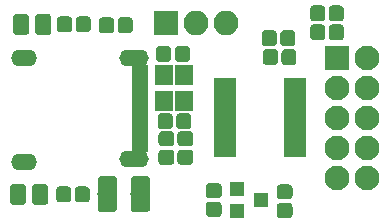
<source format=gbr>
G04 #@! TF.GenerationSoftware,KiCad,Pcbnew,(5.0.0)*
G04 #@! TF.CreationDate,2020-02-27T10:51:14+00:00*
G04 #@! TF.ProjectId,simpleJtag,73696D706C654A7461672E6B69636164,rev?*
G04 #@! TF.SameCoordinates,Original*
G04 #@! TF.FileFunction,Soldermask,Top*
G04 #@! TF.FilePolarity,Negative*
%FSLAX46Y46*%
G04 Gerber Fmt 4.6, Leading zero omitted, Abs format (unit mm)*
G04 Created by KiCad (PCBNEW (5.0.0)) date 02/27/20 10:51:14*
%MOMM*%
%LPD*%
G01*
G04 APERTURE LIST*
%ADD10C,2.100000*%
%ADD11R,2.100000X2.100000*%
%ADD12R,1.450000X0.700000*%
%ADD13O,2.200000X1.400000*%
%ADD14O,2.500000X1.400000*%
%ADD15R,1.600000X1.800000*%
%ADD16C,0.100000*%
%ADD17C,1.650000*%
%ADD18R,1.850000X0.850000*%
%ADD19C,1.275000*%
%ADD20C,1.375000*%
%ADD21O,2.100000X2.100000*%
%ADD22R,1.300000X1.200000*%
G04 APERTURE END LIST*
D10*
G04 #@! TO.C,J1*
X164000000Y-68145000D03*
X161460000Y-68145000D03*
X164000000Y-65605000D03*
X161460000Y-65605000D03*
X164000000Y-63065000D03*
X161460000Y-63065000D03*
X164000000Y-60525000D03*
X161460000Y-60525000D03*
X164000000Y-57985000D03*
D11*
X161460000Y-57985000D03*
G04 #@! TD*
D12*
G04 #@! TO.C,P1*
X144750000Y-63995000D03*
X144750000Y-65620000D03*
X144750000Y-65320000D03*
X144750000Y-64820000D03*
X144750000Y-64520000D03*
X144750000Y-63520000D03*
X144750000Y-63020000D03*
X144750000Y-58920000D03*
X144750000Y-59220000D03*
X144750000Y-59720000D03*
X144750000Y-60520000D03*
X144750000Y-60020000D03*
X144750000Y-61020000D03*
X144750000Y-61520000D03*
X144750000Y-62020000D03*
D13*
X134900000Y-57950000D03*
X134900000Y-66760000D03*
D14*
X144250000Y-66500000D03*
D12*
X144750000Y-62520000D03*
D14*
X144250000Y-57950000D03*
G04 #@! TD*
D15*
G04 #@! TO.C,Y1*
X146769000Y-59425000D03*
X146769000Y-61625000D03*
X148469000Y-61625000D03*
X148469000Y-59425000D03*
G04 #@! TD*
D16*
G04 #@! TO.C,F1*
G36*
X145327346Y-67976589D02*
X145359380Y-67981341D01*
X145390794Y-67989210D01*
X145421286Y-68000120D01*
X145450561Y-68013966D01*
X145478338Y-68030615D01*
X145504350Y-68049907D01*
X145528345Y-68071655D01*
X145550093Y-68095650D01*
X145569385Y-68121662D01*
X145586034Y-68149439D01*
X145599880Y-68178714D01*
X145610790Y-68209206D01*
X145618659Y-68240620D01*
X145623411Y-68272654D01*
X145625000Y-68305000D01*
X145625000Y-70695000D01*
X145623411Y-70727346D01*
X145618659Y-70759380D01*
X145610790Y-70790794D01*
X145599880Y-70821286D01*
X145586034Y-70850561D01*
X145569385Y-70878338D01*
X145550093Y-70904350D01*
X145528345Y-70928345D01*
X145504350Y-70950093D01*
X145478338Y-70969385D01*
X145450561Y-70986034D01*
X145421286Y-70999880D01*
X145390794Y-71010790D01*
X145359380Y-71018659D01*
X145327346Y-71023411D01*
X145295000Y-71025000D01*
X144305000Y-71025000D01*
X144272654Y-71023411D01*
X144240620Y-71018659D01*
X144209206Y-71010790D01*
X144178714Y-70999880D01*
X144149439Y-70986034D01*
X144121662Y-70969385D01*
X144095650Y-70950093D01*
X144071655Y-70928345D01*
X144049907Y-70904350D01*
X144030615Y-70878338D01*
X144013966Y-70850561D01*
X144000120Y-70821286D01*
X143989210Y-70790794D01*
X143981341Y-70759380D01*
X143976589Y-70727346D01*
X143975000Y-70695000D01*
X143975000Y-68305000D01*
X143976589Y-68272654D01*
X143981341Y-68240620D01*
X143989210Y-68209206D01*
X144000120Y-68178714D01*
X144013966Y-68149439D01*
X144030615Y-68121662D01*
X144049907Y-68095650D01*
X144071655Y-68071655D01*
X144095650Y-68049907D01*
X144121662Y-68030615D01*
X144149439Y-68013966D01*
X144178714Y-68000120D01*
X144209206Y-67989210D01*
X144240620Y-67981341D01*
X144272654Y-67976589D01*
X144305000Y-67975000D01*
X145295000Y-67975000D01*
X145327346Y-67976589D01*
X145327346Y-67976589D01*
G37*
D17*
X144800000Y-69500000D03*
D16*
G36*
X142527346Y-67976589D02*
X142559380Y-67981341D01*
X142590794Y-67989210D01*
X142621286Y-68000120D01*
X142650561Y-68013966D01*
X142678338Y-68030615D01*
X142704350Y-68049907D01*
X142728345Y-68071655D01*
X142750093Y-68095650D01*
X142769385Y-68121662D01*
X142786034Y-68149439D01*
X142799880Y-68178714D01*
X142810790Y-68209206D01*
X142818659Y-68240620D01*
X142823411Y-68272654D01*
X142825000Y-68305000D01*
X142825000Y-70695000D01*
X142823411Y-70727346D01*
X142818659Y-70759380D01*
X142810790Y-70790794D01*
X142799880Y-70821286D01*
X142786034Y-70850561D01*
X142769385Y-70878338D01*
X142750093Y-70904350D01*
X142728345Y-70928345D01*
X142704350Y-70950093D01*
X142678338Y-70969385D01*
X142650561Y-70986034D01*
X142621286Y-70999880D01*
X142590794Y-71010790D01*
X142559380Y-71018659D01*
X142527346Y-71023411D01*
X142495000Y-71025000D01*
X141505000Y-71025000D01*
X141472654Y-71023411D01*
X141440620Y-71018659D01*
X141409206Y-71010790D01*
X141378714Y-70999880D01*
X141349439Y-70986034D01*
X141321662Y-70969385D01*
X141295650Y-70950093D01*
X141271655Y-70928345D01*
X141249907Y-70904350D01*
X141230615Y-70878338D01*
X141213966Y-70850561D01*
X141200120Y-70821286D01*
X141189210Y-70790794D01*
X141181341Y-70759380D01*
X141176589Y-70727346D01*
X141175000Y-70695000D01*
X141175000Y-68305000D01*
X141176589Y-68272654D01*
X141181341Y-68240620D01*
X141189210Y-68209206D01*
X141200120Y-68178714D01*
X141213966Y-68149439D01*
X141230615Y-68121662D01*
X141249907Y-68095650D01*
X141271655Y-68071655D01*
X141295650Y-68049907D01*
X141321662Y-68030615D01*
X141349439Y-68013966D01*
X141378714Y-68000120D01*
X141409206Y-67989210D01*
X141440620Y-67981341D01*
X141472654Y-67976589D01*
X141505000Y-67975000D01*
X142495000Y-67975000D01*
X142527346Y-67976589D01*
X142527346Y-67976589D01*
G37*
D17*
X142000000Y-69500000D03*
G04 #@! TD*
D18*
G04 #@! TO.C,U2*
X151969000Y-65925000D03*
X151969000Y-65275000D03*
X151969000Y-64625000D03*
X151969000Y-63975000D03*
X151969000Y-63325000D03*
X151969000Y-62675000D03*
X151969000Y-62025000D03*
X151969000Y-61375000D03*
X151969000Y-60725000D03*
X151969000Y-60075000D03*
X157869000Y-60075000D03*
X157869000Y-60725000D03*
X157869000Y-61375000D03*
X157869000Y-62025000D03*
X157869000Y-62675000D03*
X157869000Y-63325000D03*
X157869000Y-63975000D03*
X157869000Y-64625000D03*
X157869000Y-65275000D03*
X157869000Y-65925000D03*
G04 #@! TD*
D16*
G04 #@! TO.C,C1*
G36*
X157387493Y-70251535D02*
X157418435Y-70256125D01*
X157448778Y-70263725D01*
X157478230Y-70274263D01*
X157506508Y-70287638D01*
X157533338Y-70303719D01*
X157558463Y-70322353D01*
X157581640Y-70343360D01*
X157602647Y-70366537D01*
X157621281Y-70391662D01*
X157637362Y-70418492D01*
X157650737Y-70446770D01*
X157661275Y-70476222D01*
X157668875Y-70506565D01*
X157673465Y-70537507D01*
X157675000Y-70568750D01*
X157675000Y-71206250D01*
X157673465Y-71237493D01*
X157668875Y-71268435D01*
X157661275Y-71298778D01*
X157650737Y-71328230D01*
X157637362Y-71356508D01*
X157621281Y-71383338D01*
X157602647Y-71408463D01*
X157581640Y-71431640D01*
X157558463Y-71452647D01*
X157533338Y-71471281D01*
X157506508Y-71487362D01*
X157478230Y-71500737D01*
X157448778Y-71511275D01*
X157418435Y-71518875D01*
X157387493Y-71523465D01*
X157356250Y-71525000D01*
X156643750Y-71525000D01*
X156612507Y-71523465D01*
X156581565Y-71518875D01*
X156551222Y-71511275D01*
X156521770Y-71500737D01*
X156493492Y-71487362D01*
X156466662Y-71471281D01*
X156441537Y-71452647D01*
X156418360Y-71431640D01*
X156397353Y-71408463D01*
X156378719Y-71383338D01*
X156362638Y-71356508D01*
X156349263Y-71328230D01*
X156338725Y-71298778D01*
X156331125Y-71268435D01*
X156326535Y-71237493D01*
X156325000Y-71206250D01*
X156325000Y-70568750D01*
X156326535Y-70537507D01*
X156331125Y-70506565D01*
X156338725Y-70476222D01*
X156349263Y-70446770D01*
X156362638Y-70418492D01*
X156378719Y-70391662D01*
X156397353Y-70366537D01*
X156418360Y-70343360D01*
X156441537Y-70322353D01*
X156466662Y-70303719D01*
X156493492Y-70287638D01*
X156521770Y-70274263D01*
X156551222Y-70263725D01*
X156581565Y-70256125D01*
X156612507Y-70251535D01*
X156643750Y-70250000D01*
X157356250Y-70250000D01*
X157387493Y-70251535D01*
X157387493Y-70251535D01*
G37*
D19*
X157000000Y-70887500D03*
D16*
G36*
X157387493Y-68676535D02*
X157418435Y-68681125D01*
X157448778Y-68688725D01*
X157478230Y-68699263D01*
X157506508Y-68712638D01*
X157533338Y-68728719D01*
X157558463Y-68747353D01*
X157581640Y-68768360D01*
X157602647Y-68791537D01*
X157621281Y-68816662D01*
X157637362Y-68843492D01*
X157650737Y-68871770D01*
X157661275Y-68901222D01*
X157668875Y-68931565D01*
X157673465Y-68962507D01*
X157675000Y-68993750D01*
X157675000Y-69631250D01*
X157673465Y-69662493D01*
X157668875Y-69693435D01*
X157661275Y-69723778D01*
X157650737Y-69753230D01*
X157637362Y-69781508D01*
X157621281Y-69808338D01*
X157602647Y-69833463D01*
X157581640Y-69856640D01*
X157558463Y-69877647D01*
X157533338Y-69896281D01*
X157506508Y-69912362D01*
X157478230Y-69925737D01*
X157448778Y-69936275D01*
X157418435Y-69943875D01*
X157387493Y-69948465D01*
X157356250Y-69950000D01*
X156643750Y-69950000D01*
X156612507Y-69948465D01*
X156581565Y-69943875D01*
X156551222Y-69936275D01*
X156521770Y-69925737D01*
X156493492Y-69912362D01*
X156466662Y-69896281D01*
X156441537Y-69877647D01*
X156418360Y-69856640D01*
X156397353Y-69833463D01*
X156378719Y-69808338D01*
X156362638Y-69781508D01*
X156349263Y-69753230D01*
X156338725Y-69723778D01*
X156331125Y-69693435D01*
X156326535Y-69662493D01*
X156325000Y-69631250D01*
X156325000Y-68993750D01*
X156326535Y-68962507D01*
X156331125Y-68931565D01*
X156338725Y-68901222D01*
X156349263Y-68871770D01*
X156362638Y-68843492D01*
X156378719Y-68816662D01*
X156397353Y-68791537D01*
X156418360Y-68768360D01*
X156441537Y-68747353D01*
X156466662Y-68728719D01*
X156493492Y-68712638D01*
X156521770Y-68699263D01*
X156551222Y-68688725D01*
X156581565Y-68681125D01*
X156612507Y-68676535D01*
X156643750Y-68675000D01*
X157356250Y-68675000D01*
X157387493Y-68676535D01*
X157387493Y-68676535D01*
G37*
D19*
X157000000Y-69312500D03*
G04 #@! TD*
D16*
G04 #@! TO.C,C2*
G36*
X151387493Y-68576535D02*
X151418435Y-68581125D01*
X151448778Y-68588725D01*
X151478230Y-68599263D01*
X151506508Y-68612638D01*
X151533338Y-68628719D01*
X151558463Y-68647353D01*
X151581640Y-68668360D01*
X151602647Y-68691537D01*
X151621281Y-68716662D01*
X151637362Y-68743492D01*
X151650737Y-68771770D01*
X151661275Y-68801222D01*
X151668875Y-68831565D01*
X151673465Y-68862507D01*
X151675000Y-68893750D01*
X151675000Y-69531250D01*
X151673465Y-69562493D01*
X151668875Y-69593435D01*
X151661275Y-69623778D01*
X151650737Y-69653230D01*
X151637362Y-69681508D01*
X151621281Y-69708338D01*
X151602647Y-69733463D01*
X151581640Y-69756640D01*
X151558463Y-69777647D01*
X151533338Y-69796281D01*
X151506508Y-69812362D01*
X151478230Y-69825737D01*
X151448778Y-69836275D01*
X151418435Y-69843875D01*
X151387493Y-69848465D01*
X151356250Y-69850000D01*
X150643750Y-69850000D01*
X150612507Y-69848465D01*
X150581565Y-69843875D01*
X150551222Y-69836275D01*
X150521770Y-69825737D01*
X150493492Y-69812362D01*
X150466662Y-69796281D01*
X150441537Y-69777647D01*
X150418360Y-69756640D01*
X150397353Y-69733463D01*
X150378719Y-69708338D01*
X150362638Y-69681508D01*
X150349263Y-69653230D01*
X150338725Y-69623778D01*
X150331125Y-69593435D01*
X150326535Y-69562493D01*
X150325000Y-69531250D01*
X150325000Y-68893750D01*
X150326535Y-68862507D01*
X150331125Y-68831565D01*
X150338725Y-68801222D01*
X150349263Y-68771770D01*
X150362638Y-68743492D01*
X150378719Y-68716662D01*
X150397353Y-68691537D01*
X150418360Y-68668360D01*
X150441537Y-68647353D01*
X150466662Y-68628719D01*
X150493492Y-68612638D01*
X150521770Y-68599263D01*
X150551222Y-68588725D01*
X150581565Y-68581125D01*
X150612507Y-68576535D01*
X150643750Y-68575000D01*
X151356250Y-68575000D01*
X151387493Y-68576535D01*
X151387493Y-68576535D01*
G37*
D19*
X151000000Y-69212500D03*
D16*
G36*
X151387493Y-70151535D02*
X151418435Y-70156125D01*
X151448778Y-70163725D01*
X151478230Y-70174263D01*
X151506508Y-70187638D01*
X151533338Y-70203719D01*
X151558463Y-70222353D01*
X151581640Y-70243360D01*
X151602647Y-70266537D01*
X151621281Y-70291662D01*
X151637362Y-70318492D01*
X151650737Y-70346770D01*
X151661275Y-70376222D01*
X151668875Y-70406565D01*
X151673465Y-70437507D01*
X151675000Y-70468750D01*
X151675000Y-71106250D01*
X151673465Y-71137493D01*
X151668875Y-71168435D01*
X151661275Y-71198778D01*
X151650737Y-71228230D01*
X151637362Y-71256508D01*
X151621281Y-71283338D01*
X151602647Y-71308463D01*
X151581640Y-71331640D01*
X151558463Y-71352647D01*
X151533338Y-71371281D01*
X151506508Y-71387362D01*
X151478230Y-71400737D01*
X151448778Y-71411275D01*
X151418435Y-71418875D01*
X151387493Y-71423465D01*
X151356250Y-71425000D01*
X150643750Y-71425000D01*
X150612507Y-71423465D01*
X150581565Y-71418875D01*
X150551222Y-71411275D01*
X150521770Y-71400737D01*
X150493492Y-71387362D01*
X150466662Y-71371281D01*
X150441537Y-71352647D01*
X150418360Y-71331640D01*
X150397353Y-71308463D01*
X150378719Y-71283338D01*
X150362638Y-71256508D01*
X150349263Y-71228230D01*
X150338725Y-71198778D01*
X150331125Y-71168435D01*
X150326535Y-71137493D01*
X150325000Y-71106250D01*
X150325000Y-70468750D01*
X150326535Y-70437507D01*
X150331125Y-70406565D01*
X150338725Y-70376222D01*
X150349263Y-70346770D01*
X150362638Y-70318492D01*
X150378719Y-70291662D01*
X150397353Y-70266537D01*
X150418360Y-70243360D01*
X150441537Y-70222353D01*
X150466662Y-70203719D01*
X150493492Y-70187638D01*
X150521770Y-70174263D01*
X150551222Y-70163725D01*
X150581565Y-70156125D01*
X150612507Y-70151535D01*
X150643750Y-70150000D01*
X151356250Y-70150000D01*
X151387493Y-70151535D01*
X151387493Y-70151535D01*
G37*
D19*
X151000000Y-70787500D03*
G04 #@! TD*
D16*
G04 #@! TO.C,C3*
G36*
X147387493Y-65751535D02*
X147418435Y-65756125D01*
X147448778Y-65763725D01*
X147478230Y-65774263D01*
X147506508Y-65787638D01*
X147533338Y-65803719D01*
X147558463Y-65822353D01*
X147581640Y-65843360D01*
X147602647Y-65866537D01*
X147621281Y-65891662D01*
X147637362Y-65918492D01*
X147650737Y-65946770D01*
X147661275Y-65976222D01*
X147668875Y-66006565D01*
X147673465Y-66037507D01*
X147675000Y-66068750D01*
X147675000Y-66706250D01*
X147673465Y-66737493D01*
X147668875Y-66768435D01*
X147661275Y-66798778D01*
X147650737Y-66828230D01*
X147637362Y-66856508D01*
X147621281Y-66883338D01*
X147602647Y-66908463D01*
X147581640Y-66931640D01*
X147558463Y-66952647D01*
X147533338Y-66971281D01*
X147506508Y-66987362D01*
X147478230Y-67000737D01*
X147448778Y-67011275D01*
X147418435Y-67018875D01*
X147387493Y-67023465D01*
X147356250Y-67025000D01*
X146643750Y-67025000D01*
X146612507Y-67023465D01*
X146581565Y-67018875D01*
X146551222Y-67011275D01*
X146521770Y-67000737D01*
X146493492Y-66987362D01*
X146466662Y-66971281D01*
X146441537Y-66952647D01*
X146418360Y-66931640D01*
X146397353Y-66908463D01*
X146378719Y-66883338D01*
X146362638Y-66856508D01*
X146349263Y-66828230D01*
X146338725Y-66798778D01*
X146331125Y-66768435D01*
X146326535Y-66737493D01*
X146325000Y-66706250D01*
X146325000Y-66068750D01*
X146326535Y-66037507D01*
X146331125Y-66006565D01*
X146338725Y-65976222D01*
X146349263Y-65946770D01*
X146362638Y-65918492D01*
X146378719Y-65891662D01*
X146397353Y-65866537D01*
X146418360Y-65843360D01*
X146441537Y-65822353D01*
X146466662Y-65803719D01*
X146493492Y-65787638D01*
X146521770Y-65774263D01*
X146551222Y-65763725D01*
X146581565Y-65756125D01*
X146612507Y-65751535D01*
X146643750Y-65750000D01*
X147356250Y-65750000D01*
X147387493Y-65751535D01*
X147387493Y-65751535D01*
G37*
D19*
X147000000Y-66387500D03*
D16*
G36*
X147387493Y-64176535D02*
X147418435Y-64181125D01*
X147448778Y-64188725D01*
X147478230Y-64199263D01*
X147506508Y-64212638D01*
X147533338Y-64228719D01*
X147558463Y-64247353D01*
X147581640Y-64268360D01*
X147602647Y-64291537D01*
X147621281Y-64316662D01*
X147637362Y-64343492D01*
X147650737Y-64371770D01*
X147661275Y-64401222D01*
X147668875Y-64431565D01*
X147673465Y-64462507D01*
X147675000Y-64493750D01*
X147675000Y-65131250D01*
X147673465Y-65162493D01*
X147668875Y-65193435D01*
X147661275Y-65223778D01*
X147650737Y-65253230D01*
X147637362Y-65281508D01*
X147621281Y-65308338D01*
X147602647Y-65333463D01*
X147581640Y-65356640D01*
X147558463Y-65377647D01*
X147533338Y-65396281D01*
X147506508Y-65412362D01*
X147478230Y-65425737D01*
X147448778Y-65436275D01*
X147418435Y-65443875D01*
X147387493Y-65448465D01*
X147356250Y-65450000D01*
X146643750Y-65450000D01*
X146612507Y-65448465D01*
X146581565Y-65443875D01*
X146551222Y-65436275D01*
X146521770Y-65425737D01*
X146493492Y-65412362D01*
X146466662Y-65396281D01*
X146441537Y-65377647D01*
X146418360Y-65356640D01*
X146397353Y-65333463D01*
X146378719Y-65308338D01*
X146362638Y-65281508D01*
X146349263Y-65253230D01*
X146338725Y-65223778D01*
X146331125Y-65193435D01*
X146326535Y-65162493D01*
X146325000Y-65131250D01*
X146325000Y-64493750D01*
X146326535Y-64462507D01*
X146331125Y-64431565D01*
X146338725Y-64401222D01*
X146349263Y-64371770D01*
X146362638Y-64343492D01*
X146378719Y-64316662D01*
X146397353Y-64291537D01*
X146418360Y-64268360D01*
X146441537Y-64247353D01*
X146466662Y-64228719D01*
X146493492Y-64212638D01*
X146521770Y-64199263D01*
X146551222Y-64188725D01*
X146581565Y-64181125D01*
X146612507Y-64176535D01*
X146643750Y-64175000D01*
X147356250Y-64175000D01*
X147387493Y-64176535D01*
X147387493Y-64176535D01*
G37*
D19*
X147000000Y-64812500D03*
G04 #@! TD*
D16*
G04 #@! TO.C,C4*
G36*
X148987493Y-64164035D02*
X149018435Y-64168625D01*
X149048778Y-64176225D01*
X149078230Y-64186763D01*
X149106508Y-64200138D01*
X149133338Y-64216219D01*
X149158463Y-64234853D01*
X149181640Y-64255860D01*
X149202647Y-64279037D01*
X149221281Y-64304162D01*
X149237362Y-64330992D01*
X149250737Y-64359270D01*
X149261275Y-64388722D01*
X149268875Y-64419065D01*
X149273465Y-64450007D01*
X149275000Y-64481250D01*
X149275000Y-65118750D01*
X149273465Y-65149993D01*
X149268875Y-65180935D01*
X149261275Y-65211278D01*
X149250737Y-65240730D01*
X149237362Y-65269008D01*
X149221281Y-65295838D01*
X149202647Y-65320963D01*
X149181640Y-65344140D01*
X149158463Y-65365147D01*
X149133338Y-65383781D01*
X149106508Y-65399862D01*
X149078230Y-65413237D01*
X149048778Y-65423775D01*
X149018435Y-65431375D01*
X148987493Y-65435965D01*
X148956250Y-65437500D01*
X148243750Y-65437500D01*
X148212507Y-65435965D01*
X148181565Y-65431375D01*
X148151222Y-65423775D01*
X148121770Y-65413237D01*
X148093492Y-65399862D01*
X148066662Y-65383781D01*
X148041537Y-65365147D01*
X148018360Y-65344140D01*
X147997353Y-65320963D01*
X147978719Y-65295838D01*
X147962638Y-65269008D01*
X147949263Y-65240730D01*
X147938725Y-65211278D01*
X147931125Y-65180935D01*
X147926535Y-65149993D01*
X147925000Y-65118750D01*
X147925000Y-64481250D01*
X147926535Y-64450007D01*
X147931125Y-64419065D01*
X147938725Y-64388722D01*
X147949263Y-64359270D01*
X147962638Y-64330992D01*
X147978719Y-64304162D01*
X147997353Y-64279037D01*
X148018360Y-64255860D01*
X148041537Y-64234853D01*
X148066662Y-64216219D01*
X148093492Y-64200138D01*
X148121770Y-64186763D01*
X148151222Y-64176225D01*
X148181565Y-64168625D01*
X148212507Y-64164035D01*
X148243750Y-64162500D01*
X148956250Y-64162500D01*
X148987493Y-64164035D01*
X148987493Y-64164035D01*
G37*
D19*
X148600000Y-64800000D03*
D16*
G36*
X148987493Y-65739035D02*
X149018435Y-65743625D01*
X149048778Y-65751225D01*
X149078230Y-65761763D01*
X149106508Y-65775138D01*
X149133338Y-65791219D01*
X149158463Y-65809853D01*
X149181640Y-65830860D01*
X149202647Y-65854037D01*
X149221281Y-65879162D01*
X149237362Y-65905992D01*
X149250737Y-65934270D01*
X149261275Y-65963722D01*
X149268875Y-65994065D01*
X149273465Y-66025007D01*
X149275000Y-66056250D01*
X149275000Y-66693750D01*
X149273465Y-66724993D01*
X149268875Y-66755935D01*
X149261275Y-66786278D01*
X149250737Y-66815730D01*
X149237362Y-66844008D01*
X149221281Y-66870838D01*
X149202647Y-66895963D01*
X149181640Y-66919140D01*
X149158463Y-66940147D01*
X149133338Y-66958781D01*
X149106508Y-66974862D01*
X149078230Y-66988237D01*
X149048778Y-66998775D01*
X149018435Y-67006375D01*
X148987493Y-67010965D01*
X148956250Y-67012500D01*
X148243750Y-67012500D01*
X148212507Y-67010965D01*
X148181565Y-67006375D01*
X148151222Y-66998775D01*
X148121770Y-66988237D01*
X148093492Y-66974862D01*
X148066662Y-66958781D01*
X148041537Y-66940147D01*
X148018360Y-66919140D01*
X147997353Y-66895963D01*
X147978719Y-66870838D01*
X147962638Y-66844008D01*
X147949263Y-66815730D01*
X147938725Y-66786278D01*
X147931125Y-66755935D01*
X147926535Y-66724993D01*
X147925000Y-66693750D01*
X147925000Y-66056250D01*
X147926535Y-66025007D01*
X147931125Y-65994065D01*
X147938725Y-65963722D01*
X147949263Y-65934270D01*
X147962638Y-65905992D01*
X147978719Y-65879162D01*
X147997353Y-65854037D01*
X148018360Y-65830860D01*
X148041537Y-65809853D01*
X148066662Y-65791219D01*
X148093492Y-65775138D01*
X148121770Y-65761763D01*
X148151222Y-65751225D01*
X148181565Y-65743625D01*
X148212507Y-65739035D01*
X148243750Y-65737500D01*
X148956250Y-65737500D01*
X148987493Y-65739035D01*
X148987493Y-65739035D01*
G37*
D19*
X148600000Y-66375000D03*
G04 #@! TD*
D16*
G04 #@! TO.C,C5*
G36*
X161724993Y-53526535D02*
X161755935Y-53531125D01*
X161786278Y-53538725D01*
X161815730Y-53549263D01*
X161844008Y-53562638D01*
X161870838Y-53578719D01*
X161895963Y-53597353D01*
X161919140Y-53618360D01*
X161940147Y-53641537D01*
X161958781Y-53666662D01*
X161974862Y-53693492D01*
X161988237Y-53721770D01*
X161998775Y-53751222D01*
X162006375Y-53781565D01*
X162010965Y-53812507D01*
X162012500Y-53843750D01*
X162012500Y-54556250D01*
X162010965Y-54587493D01*
X162006375Y-54618435D01*
X161998775Y-54648778D01*
X161988237Y-54678230D01*
X161974862Y-54706508D01*
X161958781Y-54733338D01*
X161940147Y-54758463D01*
X161919140Y-54781640D01*
X161895963Y-54802647D01*
X161870838Y-54821281D01*
X161844008Y-54837362D01*
X161815730Y-54850737D01*
X161786278Y-54861275D01*
X161755935Y-54868875D01*
X161724993Y-54873465D01*
X161693750Y-54875000D01*
X161056250Y-54875000D01*
X161025007Y-54873465D01*
X160994065Y-54868875D01*
X160963722Y-54861275D01*
X160934270Y-54850737D01*
X160905992Y-54837362D01*
X160879162Y-54821281D01*
X160854037Y-54802647D01*
X160830860Y-54781640D01*
X160809853Y-54758463D01*
X160791219Y-54733338D01*
X160775138Y-54706508D01*
X160761763Y-54678230D01*
X160751225Y-54648778D01*
X160743625Y-54618435D01*
X160739035Y-54587493D01*
X160737500Y-54556250D01*
X160737500Y-53843750D01*
X160739035Y-53812507D01*
X160743625Y-53781565D01*
X160751225Y-53751222D01*
X160761763Y-53721770D01*
X160775138Y-53693492D01*
X160791219Y-53666662D01*
X160809853Y-53641537D01*
X160830860Y-53618360D01*
X160854037Y-53597353D01*
X160879162Y-53578719D01*
X160905992Y-53562638D01*
X160934270Y-53549263D01*
X160963722Y-53538725D01*
X160994065Y-53531125D01*
X161025007Y-53526535D01*
X161056250Y-53525000D01*
X161693750Y-53525000D01*
X161724993Y-53526535D01*
X161724993Y-53526535D01*
G37*
D19*
X161375000Y-54200000D03*
D16*
G36*
X160149993Y-53526535D02*
X160180935Y-53531125D01*
X160211278Y-53538725D01*
X160240730Y-53549263D01*
X160269008Y-53562638D01*
X160295838Y-53578719D01*
X160320963Y-53597353D01*
X160344140Y-53618360D01*
X160365147Y-53641537D01*
X160383781Y-53666662D01*
X160399862Y-53693492D01*
X160413237Y-53721770D01*
X160423775Y-53751222D01*
X160431375Y-53781565D01*
X160435965Y-53812507D01*
X160437500Y-53843750D01*
X160437500Y-54556250D01*
X160435965Y-54587493D01*
X160431375Y-54618435D01*
X160423775Y-54648778D01*
X160413237Y-54678230D01*
X160399862Y-54706508D01*
X160383781Y-54733338D01*
X160365147Y-54758463D01*
X160344140Y-54781640D01*
X160320963Y-54802647D01*
X160295838Y-54821281D01*
X160269008Y-54837362D01*
X160240730Y-54850737D01*
X160211278Y-54861275D01*
X160180935Y-54868875D01*
X160149993Y-54873465D01*
X160118750Y-54875000D01*
X159481250Y-54875000D01*
X159450007Y-54873465D01*
X159419065Y-54868875D01*
X159388722Y-54861275D01*
X159359270Y-54850737D01*
X159330992Y-54837362D01*
X159304162Y-54821281D01*
X159279037Y-54802647D01*
X159255860Y-54781640D01*
X159234853Y-54758463D01*
X159216219Y-54733338D01*
X159200138Y-54706508D01*
X159186763Y-54678230D01*
X159176225Y-54648778D01*
X159168625Y-54618435D01*
X159164035Y-54587493D01*
X159162500Y-54556250D01*
X159162500Y-53843750D01*
X159164035Y-53812507D01*
X159168625Y-53781565D01*
X159176225Y-53751222D01*
X159186763Y-53721770D01*
X159200138Y-53693492D01*
X159216219Y-53666662D01*
X159234853Y-53641537D01*
X159255860Y-53618360D01*
X159279037Y-53597353D01*
X159304162Y-53578719D01*
X159330992Y-53562638D01*
X159359270Y-53549263D01*
X159388722Y-53538725D01*
X159419065Y-53531125D01*
X159450007Y-53526535D01*
X159481250Y-53525000D01*
X160118750Y-53525000D01*
X160149993Y-53526535D01*
X160149993Y-53526535D01*
G37*
D19*
X159800000Y-54200000D03*
G04 #@! TD*
D16*
G04 #@! TO.C,C6*
G36*
X161737493Y-55126535D02*
X161768435Y-55131125D01*
X161798778Y-55138725D01*
X161828230Y-55149263D01*
X161856508Y-55162638D01*
X161883338Y-55178719D01*
X161908463Y-55197353D01*
X161931640Y-55218360D01*
X161952647Y-55241537D01*
X161971281Y-55266662D01*
X161987362Y-55293492D01*
X162000737Y-55321770D01*
X162011275Y-55351222D01*
X162018875Y-55381565D01*
X162023465Y-55412507D01*
X162025000Y-55443750D01*
X162025000Y-56156250D01*
X162023465Y-56187493D01*
X162018875Y-56218435D01*
X162011275Y-56248778D01*
X162000737Y-56278230D01*
X161987362Y-56306508D01*
X161971281Y-56333338D01*
X161952647Y-56358463D01*
X161931640Y-56381640D01*
X161908463Y-56402647D01*
X161883338Y-56421281D01*
X161856508Y-56437362D01*
X161828230Y-56450737D01*
X161798778Y-56461275D01*
X161768435Y-56468875D01*
X161737493Y-56473465D01*
X161706250Y-56475000D01*
X161068750Y-56475000D01*
X161037507Y-56473465D01*
X161006565Y-56468875D01*
X160976222Y-56461275D01*
X160946770Y-56450737D01*
X160918492Y-56437362D01*
X160891662Y-56421281D01*
X160866537Y-56402647D01*
X160843360Y-56381640D01*
X160822353Y-56358463D01*
X160803719Y-56333338D01*
X160787638Y-56306508D01*
X160774263Y-56278230D01*
X160763725Y-56248778D01*
X160756125Y-56218435D01*
X160751535Y-56187493D01*
X160750000Y-56156250D01*
X160750000Y-55443750D01*
X160751535Y-55412507D01*
X160756125Y-55381565D01*
X160763725Y-55351222D01*
X160774263Y-55321770D01*
X160787638Y-55293492D01*
X160803719Y-55266662D01*
X160822353Y-55241537D01*
X160843360Y-55218360D01*
X160866537Y-55197353D01*
X160891662Y-55178719D01*
X160918492Y-55162638D01*
X160946770Y-55149263D01*
X160976222Y-55138725D01*
X161006565Y-55131125D01*
X161037507Y-55126535D01*
X161068750Y-55125000D01*
X161706250Y-55125000D01*
X161737493Y-55126535D01*
X161737493Y-55126535D01*
G37*
D19*
X161387500Y-55800000D03*
D16*
G36*
X160162493Y-55126535D02*
X160193435Y-55131125D01*
X160223778Y-55138725D01*
X160253230Y-55149263D01*
X160281508Y-55162638D01*
X160308338Y-55178719D01*
X160333463Y-55197353D01*
X160356640Y-55218360D01*
X160377647Y-55241537D01*
X160396281Y-55266662D01*
X160412362Y-55293492D01*
X160425737Y-55321770D01*
X160436275Y-55351222D01*
X160443875Y-55381565D01*
X160448465Y-55412507D01*
X160450000Y-55443750D01*
X160450000Y-56156250D01*
X160448465Y-56187493D01*
X160443875Y-56218435D01*
X160436275Y-56248778D01*
X160425737Y-56278230D01*
X160412362Y-56306508D01*
X160396281Y-56333338D01*
X160377647Y-56358463D01*
X160356640Y-56381640D01*
X160333463Y-56402647D01*
X160308338Y-56421281D01*
X160281508Y-56437362D01*
X160253230Y-56450737D01*
X160223778Y-56461275D01*
X160193435Y-56468875D01*
X160162493Y-56473465D01*
X160131250Y-56475000D01*
X159493750Y-56475000D01*
X159462507Y-56473465D01*
X159431565Y-56468875D01*
X159401222Y-56461275D01*
X159371770Y-56450737D01*
X159343492Y-56437362D01*
X159316662Y-56421281D01*
X159291537Y-56402647D01*
X159268360Y-56381640D01*
X159247353Y-56358463D01*
X159228719Y-56333338D01*
X159212638Y-56306508D01*
X159199263Y-56278230D01*
X159188725Y-56248778D01*
X159181125Y-56218435D01*
X159176535Y-56187493D01*
X159175000Y-56156250D01*
X159175000Y-55443750D01*
X159176535Y-55412507D01*
X159181125Y-55381565D01*
X159188725Y-55351222D01*
X159199263Y-55321770D01*
X159212638Y-55293492D01*
X159228719Y-55266662D01*
X159247353Y-55241537D01*
X159268360Y-55218360D01*
X159291537Y-55197353D01*
X159316662Y-55178719D01*
X159343492Y-55162638D01*
X159371770Y-55149263D01*
X159401222Y-55138725D01*
X159431565Y-55131125D01*
X159462507Y-55126535D01*
X159493750Y-55125000D01*
X160131250Y-55125000D01*
X160162493Y-55126535D01*
X160162493Y-55126535D01*
G37*
D19*
X159812500Y-55800000D03*
G04 #@! TD*
D16*
G04 #@! TO.C,C7*
G36*
X157637493Y-55626535D02*
X157668435Y-55631125D01*
X157698778Y-55638725D01*
X157728230Y-55649263D01*
X157756508Y-55662638D01*
X157783338Y-55678719D01*
X157808463Y-55697353D01*
X157831640Y-55718360D01*
X157852647Y-55741537D01*
X157871281Y-55766662D01*
X157887362Y-55793492D01*
X157900737Y-55821770D01*
X157911275Y-55851222D01*
X157918875Y-55881565D01*
X157923465Y-55912507D01*
X157925000Y-55943750D01*
X157925000Y-56656250D01*
X157923465Y-56687493D01*
X157918875Y-56718435D01*
X157911275Y-56748778D01*
X157900737Y-56778230D01*
X157887362Y-56806508D01*
X157871281Y-56833338D01*
X157852647Y-56858463D01*
X157831640Y-56881640D01*
X157808463Y-56902647D01*
X157783338Y-56921281D01*
X157756508Y-56937362D01*
X157728230Y-56950737D01*
X157698778Y-56961275D01*
X157668435Y-56968875D01*
X157637493Y-56973465D01*
X157606250Y-56975000D01*
X156968750Y-56975000D01*
X156937507Y-56973465D01*
X156906565Y-56968875D01*
X156876222Y-56961275D01*
X156846770Y-56950737D01*
X156818492Y-56937362D01*
X156791662Y-56921281D01*
X156766537Y-56902647D01*
X156743360Y-56881640D01*
X156722353Y-56858463D01*
X156703719Y-56833338D01*
X156687638Y-56806508D01*
X156674263Y-56778230D01*
X156663725Y-56748778D01*
X156656125Y-56718435D01*
X156651535Y-56687493D01*
X156650000Y-56656250D01*
X156650000Y-55943750D01*
X156651535Y-55912507D01*
X156656125Y-55881565D01*
X156663725Y-55851222D01*
X156674263Y-55821770D01*
X156687638Y-55793492D01*
X156703719Y-55766662D01*
X156722353Y-55741537D01*
X156743360Y-55718360D01*
X156766537Y-55697353D01*
X156791662Y-55678719D01*
X156818492Y-55662638D01*
X156846770Y-55649263D01*
X156876222Y-55638725D01*
X156906565Y-55631125D01*
X156937507Y-55626535D01*
X156968750Y-55625000D01*
X157606250Y-55625000D01*
X157637493Y-55626535D01*
X157637493Y-55626535D01*
G37*
D19*
X157287500Y-56300000D03*
D16*
G36*
X156062493Y-55626535D02*
X156093435Y-55631125D01*
X156123778Y-55638725D01*
X156153230Y-55649263D01*
X156181508Y-55662638D01*
X156208338Y-55678719D01*
X156233463Y-55697353D01*
X156256640Y-55718360D01*
X156277647Y-55741537D01*
X156296281Y-55766662D01*
X156312362Y-55793492D01*
X156325737Y-55821770D01*
X156336275Y-55851222D01*
X156343875Y-55881565D01*
X156348465Y-55912507D01*
X156350000Y-55943750D01*
X156350000Y-56656250D01*
X156348465Y-56687493D01*
X156343875Y-56718435D01*
X156336275Y-56748778D01*
X156325737Y-56778230D01*
X156312362Y-56806508D01*
X156296281Y-56833338D01*
X156277647Y-56858463D01*
X156256640Y-56881640D01*
X156233463Y-56902647D01*
X156208338Y-56921281D01*
X156181508Y-56937362D01*
X156153230Y-56950737D01*
X156123778Y-56961275D01*
X156093435Y-56968875D01*
X156062493Y-56973465D01*
X156031250Y-56975000D01*
X155393750Y-56975000D01*
X155362507Y-56973465D01*
X155331565Y-56968875D01*
X155301222Y-56961275D01*
X155271770Y-56950737D01*
X155243492Y-56937362D01*
X155216662Y-56921281D01*
X155191537Y-56902647D01*
X155168360Y-56881640D01*
X155147353Y-56858463D01*
X155128719Y-56833338D01*
X155112638Y-56806508D01*
X155099263Y-56778230D01*
X155088725Y-56748778D01*
X155081125Y-56718435D01*
X155076535Y-56687493D01*
X155075000Y-56656250D01*
X155075000Y-55943750D01*
X155076535Y-55912507D01*
X155081125Y-55881565D01*
X155088725Y-55851222D01*
X155099263Y-55821770D01*
X155112638Y-55793492D01*
X155128719Y-55766662D01*
X155147353Y-55741537D01*
X155168360Y-55718360D01*
X155191537Y-55697353D01*
X155216662Y-55678719D01*
X155243492Y-55662638D01*
X155271770Y-55649263D01*
X155301222Y-55638725D01*
X155331565Y-55631125D01*
X155362507Y-55626535D01*
X155393750Y-55625000D01*
X156031250Y-55625000D01*
X156062493Y-55626535D01*
X156062493Y-55626535D01*
G37*
D19*
X155712500Y-56300000D03*
G04 #@! TD*
D16*
G04 #@! TO.C,D1*
G36*
X136946443Y-54226655D02*
X136979812Y-54231605D01*
X137012535Y-54239802D01*
X137044297Y-54251166D01*
X137074793Y-54265590D01*
X137103727Y-54282932D01*
X137130823Y-54303028D01*
X137155818Y-54325682D01*
X137178472Y-54350677D01*
X137198568Y-54377773D01*
X137215910Y-54406707D01*
X137230334Y-54437203D01*
X137241698Y-54468965D01*
X137249895Y-54501688D01*
X137254845Y-54535057D01*
X137256500Y-54568750D01*
X137256500Y-55681250D01*
X137254845Y-55714943D01*
X137249895Y-55748312D01*
X137241698Y-55781035D01*
X137230334Y-55812797D01*
X137215910Y-55843293D01*
X137198568Y-55872227D01*
X137178472Y-55899323D01*
X137155818Y-55924318D01*
X137130823Y-55946972D01*
X137103727Y-55967068D01*
X137074793Y-55984410D01*
X137044297Y-55998834D01*
X137012535Y-56010198D01*
X136979812Y-56018395D01*
X136946443Y-56023345D01*
X136912750Y-56025000D01*
X136225250Y-56025000D01*
X136191557Y-56023345D01*
X136158188Y-56018395D01*
X136125465Y-56010198D01*
X136093703Y-55998834D01*
X136063207Y-55984410D01*
X136034273Y-55967068D01*
X136007177Y-55946972D01*
X135982182Y-55924318D01*
X135959528Y-55899323D01*
X135939432Y-55872227D01*
X135922090Y-55843293D01*
X135907666Y-55812797D01*
X135896302Y-55781035D01*
X135888105Y-55748312D01*
X135883155Y-55714943D01*
X135881500Y-55681250D01*
X135881500Y-54568750D01*
X135883155Y-54535057D01*
X135888105Y-54501688D01*
X135896302Y-54468965D01*
X135907666Y-54437203D01*
X135922090Y-54406707D01*
X135939432Y-54377773D01*
X135959528Y-54350677D01*
X135982182Y-54325682D01*
X136007177Y-54303028D01*
X136034273Y-54282932D01*
X136063207Y-54265590D01*
X136093703Y-54251166D01*
X136125465Y-54239802D01*
X136158188Y-54231605D01*
X136191557Y-54226655D01*
X136225250Y-54225000D01*
X136912750Y-54225000D01*
X136946443Y-54226655D01*
X136946443Y-54226655D01*
G37*
D20*
X136569000Y-55125000D03*
D16*
G36*
X135071443Y-54226655D02*
X135104812Y-54231605D01*
X135137535Y-54239802D01*
X135169297Y-54251166D01*
X135199793Y-54265590D01*
X135228727Y-54282932D01*
X135255823Y-54303028D01*
X135280818Y-54325682D01*
X135303472Y-54350677D01*
X135323568Y-54377773D01*
X135340910Y-54406707D01*
X135355334Y-54437203D01*
X135366698Y-54468965D01*
X135374895Y-54501688D01*
X135379845Y-54535057D01*
X135381500Y-54568750D01*
X135381500Y-55681250D01*
X135379845Y-55714943D01*
X135374895Y-55748312D01*
X135366698Y-55781035D01*
X135355334Y-55812797D01*
X135340910Y-55843293D01*
X135323568Y-55872227D01*
X135303472Y-55899323D01*
X135280818Y-55924318D01*
X135255823Y-55946972D01*
X135228727Y-55967068D01*
X135199793Y-55984410D01*
X135169297Y-55998834D01*
X135137535Y-56010198D01*
X135104812Y-56018395D01*
X135071443Y-56023345D01*
X135037750Y-56025000D01*
X134350250Y-56025000D01*
X134316557Y-56023345D01*
X134283188Y-56018395D01*
X134250465Y-56010198D01*
X134218703Y-55998834D01*
X134188207Y-55984410D01*
X134159273Y-55967068D01*
X134132177Y-55946972D01*
X134107182Y-55924318D01*
X134084528Y-55899323D01*
X134064432Y-55872227D01*
X134047090Y-55843293D01*
X134032666Y-55812797D01*
X134021302Y-55781035D01*
X134013105Y-55748312D01*
X134008155Y-55714943D01*
X134006500Y-55681250D01*
X134006500Y-54568750D01*
X134008155Y-54535057D01*
X134013105Y-54501688D01*
X134021302Y-54468965D01*
X134032666Y-54437203D01*
X134047090Y-54406707D01*
X134064432Y-54377773D01*
X134084528Y-54350677D01*
X134107182Y-54325682D01*
X134132177Y-54303028D01*
X134159273Y-54282932D01*
X134188207Y-54265590D01*
X134218703Y-54251166D01*
X134250465Y-54239802D01*
X134283188Y-54231605D01*
X134316557Y-54226655D01*
X134350250Y-54225000D01*
X135037750Y-54225000D01*
X135071443Y-54226655D01*
X135071443Y-54226655D01*
G37*
D20*
X134694000Y-55125000D03*
G04 #@! TD*
D16*
G04 #@! TO.C,D2*
G36*
X134808943Y-68626655D02*
X134842312Y-68631605D01*
X134875035Y-68639802D01*
X134906797Y-68651166D01*
X134937293Y-68665590D01*
X134966227Y-68682932D01*
X134993323Y-68703028D01*
X135018318Y-68725682D01*
X135040972Y-68750677D01*
X135061068Y-68777773D01*
X135078410Y-68806707D01*
X135092834Y-68837203D01*
X135104198Y-68868965D01*
X135112395Y-68901688D01*
X135117345Y-68935057D01*
X135119000Y-68968750D01*
X135119000Y-70081250D01*
X135117345Y-70114943D01*
X135112395Y-70148312D01*
X135104198Y-70181035D01*
X135092834Y-70212797D01*
X135078410Y-70243293D01*
X135061068Y-70272227D01*
X135040972Y-70299323D01*
X135018318Y-70324318D01*
X134993323Y-70346972D01*
X134966227Y-70367068D01*
X134937293Y-70384410D01*
X134906797Y-70398834D01*
X134875035Y-70410198D01*
X134842312Y-70418395D01*
X134808943Y-70423345D01*
X134775250Y-70425000D01*
X134087750Y-70425000D01*
X134054057Y-70423345D01*
X134020688Y-70418395D01*
X133987965Y-70410198D01*
X133956203Y-70398834D01*
X133925707Y-70384410D01*
X133896773Y-70367068D01*
X133869677Y-70346972D01*
X133844682Y-70324318D01*
X133822028Y-70299323D01*
X133801932Y-70272227D01*
X133784590Y-70243293D01*
X133770166Y-70212797D01*
X133758802Y-70181035D01*
X133750605Y-70148312D01*
X133745655Y-70114943D01*
X133744000Y-70081250D01*
X133744000Y-68968750D01*
X133745655Y-68935057D01*
X133750605Y-68901688D01*
X133758802Y-68868965D01*
X133770166Y-68837203D01*
X133784590Y-68806707D01*
X133801932Y-68777773D01*
X133822028Y-68750677D01*
X133844682Y-68725682D01*
X133869677Y-68703028D01*
X133896773Y-68682932D01*
X133925707Y-68665590D01*
X133956203Y-68651166D01*
X133987965Y-68639802D01*
X134020688Y-68631605D01*
X134054057Y-68626655D01*
X134087750Y-68625000D01*
X134775250Y-68625000D01*
X134808943Y-68626655D01*
X134808943Y-68626655D01*
G37*
D20*
X134431500Y-69525000D03*
D16*
G36*
X136683943Y-68626655D02*
X136717312Y-68631605D01*
X136750035Y-68639802D01*
X136781797Y-68651166D01*
X136812293Y-68665590D01*
X136841227Y-68682932D01*
X136868323Y-68703028D01*
X136893318Y-68725682D01*
X136915972Y-68750677D01*
X136936068Y-68777773D01*
X136953410Y-68806707D01*
X136967834Y-68837203D01*
X136979198Y-68868965D01*
X136987395Y-68901688D01*
X136992345Y-68935057D01*
X136994000Y-68968750D01*
X136994000Y-70081250D01*
X136992345Y-70114943D01*
X136987395Y-70148312D01*
X136979198Y-70181035D01*
X136967834Y-70212797D01*
X136953410Y-70243293D01*
X136936068Y-70272227D01*
X136915972Y-70299323D01*
X136893318Y-70324318D01*
X136868323Y-70346972D01*
X136841227Y-70367068D01*
X136812293Y-70384410D01*
X136781797Y-70398834D01*
X136750035Y-70410198D01*
X136717312Y-70418395D01*
X136683943Y-70423345D01*
X136650250Y-70425000D01*
X135962750Y-70425000D01*
X135929057Y-70423345D01*
X135895688Y-70418395D01*
X135862965Y-70410198D01*
X135831203Y-70398834D01*
X135800707Y-70384410D01*
X135771773Y-70367068D01*
X135744677Y-70346972D01*
X135719682Y-70324318D01*
X135697028Y-70299323D01*
X135676932Y-70272227D01*
X135659590Y-70243293D01*
X135645166Y-70212797D01*
X135633802Y-70181035D01*
X135625605Y-70148312D01*
X135620655Y-70114943D01*
X135619000Y-70081250D01*
X135619000Y-68968750D01*
X135620655Y-68935057D01*
X135625605Y-68901688D01*
X135633802Y-68868965D01*
X135645166Y-68837203D01*
X135659590Y-68806707D01*
X135676932Y-68777773D01*
X135697028Y-68750677D01*
X135719682Y-68725682D01*
X135744677Y-68703028D01*
X135771773Y-68682932D01*
X135800707Y-68665590D01*
X135831203Y-68651166D01*
X135862965Y-68639802D01*
X135895688Y-68631605D01*
X135929057Y-68626655D01*
X135962750Y-68625000D01*
X136650250Y-68625000D01*
X136683943Y-68626655D01*
X136683943Y-68626655D01*
G37*
D20*
X136306500Y-69525000D03*
G04 #@! TD*
D11*
G04 #@! TO.C,JP1*
X147000000Y-55000000D03*
D21*
X149540000Y-55000000D03*
X152080000Y-55000000D03*
G04 #@! TD*
D16*
G04 #@! TO.C,R1*
G36*
X143849993Y-54526535D02*
X143880935Y-54531125D01*
X143911278Y-54538725D01*
X143940730Y-54549263D01*
X143969008Y-54562638D01*
X143995838Y-54578719D01*
X144020963Y-54597353D01*
X144044140Y-54618360D01*
X144065147Y-54641537D01*
X144083781Y-54666662D01*
X144099862Y-54693492D01*
X144113237Y-54721770D01*
X144123775Y-54751222D01*
X144131375Y-54781565D01*
X144135965Y-54812507D01*
X144137500Y-54843750D01*
X144137500Y-55556250D01*
X144135965Y-55587493D01*
X144131375Y-55618435D01*
X144123775Y-55648778D01*
X144113237Y-55678230D01*
X144099862Y-55706508D01*
X144083781Y-55733338D01*
X144065147Y-55758463D01*
X144044140Y-55781640D01*
X144020963Y-55802647D01*
X143995838Y-55821281D01*
X143969008Y-55837362D01*
X143940730Y-55850737D01*
X143911278Y-55861275D01*
X143880935Y-55868875D01*
X143849993Y-55873465D01*
X143818750Y-55875000D01*
X143181250Y-55875000D01*
X143150007Y-55873465D01*
X143119065Y-55868875D01*
X143088722Y-55861275D01*
X143059270Y-55850737D01*
X143030992Y-55837362D01*
X143004162Y-55821281D01*
X142979037Y-55802647D01*
X142955860Y-55781640D01*
X142934853Y-55758463D01*
X142916219Y-55733338D01*
X142900138Y-55706508D01*
X142886763Y-55678230D01*
X142876225Y-55648778D01*
X142868625Y-55618435D01*
X142864035Y-55587493D01*
X142862500Y-55556250D01*
X142862500Y-54843750D01*
X142864035Y-54812507D01*
X142868625Y-54781565D01*
X142876225Y-54751222D01*
X142886763Y-54721770D01*
X142900138Y-54693492D01*
X142916219Y-54666662D01*
X142934853Y-54641537D01*
X142955860Y-54618360D01*
X142979037Y-54597353D01*
X143004162Y-54578719D01*
X143030992Y-54562638D01*
X143059270Y-54549263D01*
X143088722Y-54538725D01*
X143119065Y-54531125D01*
X143150007Y-54526535D01*
X143181250Y-54525000D01*
X143818750Y-54525000D01*
X143849993Y-54526535D01*
X143849993Y-54526535D01*
G37*
D19*
X143500000Y-55200000D03*
D16*
G36*
X142274993Y-54526535D02*
X142305935Y-54531125D01*
X142336278Y-54538725D01*
X142365730Y-54549263D01*
X142394008Y-54562638D01*
X142420838Y-54578719D01*
X142445963Y-54597353D01*
X142469140Y-54618360D01*
X142490147Y-54641537D01*
X142508781Y-54666662D01*
X142524862Y-54693492D01*
X142538237Y-54721770D01*
X142548775Y-54751222D01*
X142556375Y-54781565D01*
X142560965Y-54812507D01*
X142562500Y-54843750D01*
X142562500Y-55556250D01*
X142560965Y-55587493D01*
X142556375Y-55618435D01*
X142548775Y-55648778D01*
X142538237Y-55678230D01*
X142524862Y-55706508D01*
X142508781Y-55733338D01*
X142490147Y-55758463D01*
X142469140Y-55781640D01*
X142445963Y-55802647D01*
X142420838Y-55821281D01*
X142394008Y-55837362D01*
X142365730Y-55850737D01*
X142336278Y-55861275D01*
X142305935Y-55868875D01*
X142274993Y-55873465D01*
X142243750Y-55875000D01*
X141606250Y-55875000D01*
X141575007Y-55873465D01*
X141544065Y-55868875D01*
X141513722Y-55861275D01*
X141484270Y-55850737D01*
X141455992Y-55837362D01*
X141429162Y-55821281D01*
X141404037Y-55802647D01*
X141380860Y-55781640D01*
X141359853Y-55758463D01*
X141341219Y-55733338D01*
X141325138Y-55706508D01*
X141311763Y-55678230D01*
X141301225Y-55648778D01*
X141293625Y-55618435D01*
X141289035Y-55587493D01*
X141287500Y-55556250D01*
X141287500Y-54843750D01*
X141289035Y-54812507D01*
X141293625Y-54781565D01*
X141301225Y-54751222D01*
X141311763Y-54721770D01*
X141325138Y-54693492D01*
X141341219Y-54666662D01*
X141359853Y-54641537D01*
X141380860Y-54618360D01*
X141404037Y-54597353D01*
X141429162Y-54578719D01*
X141455992Y-54562638D01*
X141484270Y-54549263D01*
X141513722Y-54538725D01*
X141544065Y-54531125D01*
X141575007Y-54526535D01*
X141606250Y-54525000D01*
X142243750Y-54525000D01*
X142274993Y-54526535D01*
X142274993Y-54526535D01*
G37*
D19*
X141925000Y-55200000D03*
G04 #@! TD*
D16*
G04 #@! TO.C,R2*
G36*
X138718993Y-54451535D02*
X138749935Y-54456125D01*
X138780278Y-54463725D01*
X138809730Y-54474263D01*
X138838008Y-54487638D01*
X138864838Y-54503719D01*
X138889963Y-54522353D01*
X138913140Y-54543360D01*
X138934147Y-54566537D01*
X138952781Y-54591662D01*
X138968862Y-54618492D01*
X138982237Y-54646770D01*
X138992775Y-54676222D01*
X139000375Y-54706565D01*
X139004965Y-54737507D01*
X139006500Y-54768750D01*
X139006500Y-55481250D01*
X139004965Y-55512493D01*
X139000375Y-55543435D01*
X138992775Y-55573778D01*
X138982237Y-55603230D01*
X138968862Y-55631508D01*
X138952781Y-55658338D01*
X138934147Y-55683463D01*
X138913140Y-55706640D01*
X138889963Y-55727647D01*
X138864838Y-55746281D01*
X138838008Y-55762362D01*
X138809730Y-55775737D01*
X138780278Y-55786275D01*
X138749935Y-55793875D01*
X138718993Y-55798465D01*
X138687750Y-55800000D01*
X138050250Y-55800000D01*
X138019007Y-55798465D01*
X137988065Y-55793875D01*
X137957722Y-55786275D01*
X137928270Y-55775737D01*
X137899992Y-55762362D01*
X137873162Y-55746281D01*
X137848037Y-55727647D01*
X137824860Y-55706640D01*
X137803853Y-55683463D01*
X137785219Y-55658338D01*
X137769138Y-55631508D01*
X137755763Y-55603230D01*
X137745225Y-55573778D01*
X137737625Y-55543435D01*
X137733035Y-55512493D01*
X137731500Y-55481250D01*
X137731500Y-54768750D01*
X137733035Y-54737507D01*
X137737625Y-54706565D01*
X137745225Y-54676222D01*
X137755763Y-54646770D01*
X137769138Y-54618492D01*
X137785219Y-54591662D01*
X137803853Y-54566537D01*
X137824860Y-54543360D01*
X137848037Y-54522353D01*
X137873162Y-54503719D01*
X137899992Y-54487638D01*
X137928270Y-54474263D01*
X137957722Y-54463725D01*
X137988065Y-54456125D01*
X138019007Y-54451535D01*
X138050250Y-54450000D01*
X138687750Y-54450000D01*
X138718993Y-54451535D01*
X138718993Y-54451535D01*
G37*
D19*
X138369000Y-55125000D03*
D16*
G36*
X140293993Y-54451535D02*
X140324935Y-54456125D01*
X140355278Y-54463725D01*
X140384730Y-54474263D01*
X140413008Y-54487638D01*
X140439838Y-54503719D01*
X140464963Y-54522353D01*
X140488140Y-54543360D01*
X140509147Y-54566537D01*
X140527781Y-54591662D01*
X140543862Y-54618492D01*
X140557237Y-54646770D01*
X140567775Y-54676222D01*
X140575375Y-54706565D01*
X140579965Y-54737507D01*
X140581500Y-54768750D01*
X140581500Y-55481250D01*
X140579965Y-55512493D01*
X140575375Y-55543435D01*
X140567775Y-55573778D01*
X140557237Y-55603230D01*
X140543862Y-55631508D01*
X140527781Y-55658338D01*
X140509147Y-55683463D01*
X140488140Y-55706640D01*
X140464963Y-55727647D01*
X140439838Y-55746281D01*
X140413008Y-55762362D01*
X140384730Y-55775737D01*
X140355278Y-55786275D01*
X140324935Y-55793875D01*
X140293993Y-55798465D01*
X140262750Y-55800000D01*
X139625250Y-55800000D01*
X139594007Y-55798465D01*
X139563065Y-55793875D01*
X139532722Y-55786275D01*
X139503270Y-55775737D01*
X139474992Y-55762362D01*
X139448162Y-55746281D01*
X139423037Y-55727647D01*
X139399860Y-55706640D01*
X139378853Y-55683463D01*
X139360219Y-55658338D01*
X139344138Y-55631508D01*
X139330763Y-55603230D01*
X139320225Y-55573778D01*
X139312625Y-55543435D01*
X139308035Y-55512493D01*
X139306500Y-55481250D01*
X139306500Y-54768750D01*
X139308035Y-54737507D01*
X139312625Y-54706565D01*
X139320225Y-54676222D01*
X139330763Y-54646770D01*
X139344138Y-54618492D01*
X139360219Y-54591662D01*
X139378853Y-54566537D01*
X139399860Y-54543360D01*
X139423037Y-54522353D01*
X139448162Y-54503719D01*
X139474992Y-54487638D01*
X139503270Y-54474263D01*
X139532722Y-54463725D01*
X139563065Y-54456125D01*
X139594007Y-54451535D01*
X139625250Y-54450000D01*
X140262750Y-54450000D01*
X140293993Y-54451535D01*
X140293993Y-54451535D01*
G37*
D19*
X139944000Y-55125000D03*
G04 #@! TD*
D16*
G04 #@! TO.C,R3*
G36*
X140218993Y-68851535D02*
X140249935Y-68856125D01*
X140280278Y-68863725D01*
X140309730Y-68874263D01*
X140338008Y-68887638D01*
X140364838Y-68903719D01*
X140389963Y-68922353D01*
X140413140Y-68943360D01*
X140434147Y-68966537D01*
X140452781Y-68991662D01*
X140468862Y-69018492D01*
X140482237Y-69046770D01*
X140492775Y-69076222D01*
X140500375Y-69106565D01*
X140504965Y-69137507D01*
X140506500Y-69168750D01*
X140506500Y-69881250D01*
X140504965Y-69912493D01*
X140500375Y-69943435D01*
X140492775Y-69973778D01*
X140482237Y-70003230D01*
X140468862Y-70031508D01*
X140452781Y-70058338D01*
X140434147Y-70083463D01*
X140413140Y-70106640D01*
X140389963Y-70127647D01*
X140364838Y-70146281D01*
X140338008Y-70162362D01*
X140309730Y-70175737D01*
X140280278Y-70186275D01*
X140249935Y-70193875D01*
X140218993Y-70198465D01*
X140187750Y-70200000D01*
X139550250Y-70200000D01*
X139519007Y-70198465D01*
X139488065Y-70193875D01*
X139457722Y-70186275D01*
X139428270Y-70175737D01*
X139399992Y-70162362D01*
X139373162Y-70146281D01*
X139348037Y-70127647D01*
X139324860Y-70106640D01*
X139303853Y-70083463D01*
X139285219Y-70058338D01*
X139269138Y-70031508D01*
X139255763Y-70003230D01*
X139245225Y-69973778D01*
X139237625Y-69943435D01*
X139233035Y-69912493D01*
X139231500Y-69881250D01*
X139231500Y-69168750D01*
X139233035Y-69137507D01*
X139237625Y-69106565D01*
X139245225Y-69076222D01*
X139255763Y-69046770D01*
X139269138Y-69018492D01*
X139285219Y-68991662D01*
X139303853Y-68966537D01*
X139324860Y-68943360D01*
X139348037Y-68922353D01*
X139373162Y-68903719D01*
X139399992Y-68887638D01*
X139428270Y-68874263D01*
X139457722Y-68863725D01*
X139488065Y-68856125D01*
X139519007Y-68851535D01*
X139550250Y-68850000D01*
X140187750Y-68850000D01*
X140218993Y-68851535D01*
X140218993Y-68851535D01*
G37*
D19*
X139869000Y-69525000D03*
D16*
G36*
X138643993Y-68851535D02*
X138674935Y-68856125D01*
X138705278Y-68863725D01*
X138734730Y-68874263D01*
X138763008Y-68887638D01*
X138789838Y-68903719D01*
X138814963Y-68922353D01*
X138838140Y-68943360D01*
X138859147Y-68966537D01*
X138877781Y-68991662D01*
X138893862Y-69018492D01*
X138907237Y-69046770D01*
X138917775Y-69076222D01*
X138925375Y-69106565D01*
X138929965Y-69137507D01*
X138931500Y-69168750D01*
X138931500Y-69881250D01*
X138929965Y-69912493D01*
X138925375Y-69943435D01*
X138917775Y-69973778D01*
X138907237Y-70003230D01*
X138893862Y-70031508D01*
X138877781Y-70058338D01*
X138859147Y-70083463D01*
X138838140Y-70106640D01*
X138814963Y-70127647D01*
X138789838Y-70146281D01*
X138763008Y-70162362D01*
X138734730Y-70175737D01*
X138705278Y-70186275D01*
X138674935Y-70193875D01*
X138643993Y-70198465D01*
X138612750Y-70200000D01*
X137975250Y-70200000D01*
X137944007Y-70198465D01*
X137913065Y-70193875D01*
X137882722Y-70186275D01*
X137853270Y-70175737D01*
X137824992Y-70162362D01*
X137798162Y-70146281D01*
X137773037Y-70127647D01*
X137749860Y-70106640D01*
X137728853Y-70083463D01*
X137710219Y-70058338D01*
X137694138Y-70031508D01*
X137680763Y-70003230D01*
X137670225Y-69973778D01*
X137662625Y-69943435D01*
X137658035Y-69912493D01*
X137656500Y-69881250D01*
X137656500Y-69168750D01*
X137658035Y-69137507D01*
X137662625Y-69106565D01*
X137670225Y-69076222D01*
X137680763Y-69046770D01*
X137694138Y-69018492D01*
X137710219Y-68991662D01*
X137728853Y-68966537D01*
X137749860Y-68943360D01*
X137773037Y-68922353D01*
X137798162Y-68903719D01*
X137824992Y-68887638D01*
X137853270Y-68874263D01*
X137882722Y-68863725D01*
X137913065Y-68856125D01*
X137944007Y-68851535D01*
X137975250Y-68850000D01*
X138612750Y-68850000D01*
X138643993Y-68851535D01*
X138643993Y-68851535D01*
G37*
D19*
X138294000Y-69525000D03*
G04 #@! TD*
D16*
G04 #@! TO.C,R4*
G36*
X157724993Y-57226535D02*
X157755935Y-57231125D01*
X157786278Y-57238725D01*
X157815730Y-57249263D01*
X157844008Y-57262638D01*
X157870838Y-57278719D01*
X157895963Y-57297353D01*
X157919140Y-57318360D01*
X157940147Y-57341537D01*
X157958781Y-57366662D01*
X157974862Y-57393492D01*
X157988237Y-57421770D01*
X157998775Y-57451222D01*
X158006375Y-57481565D01*
X158010965Y-57512507D01*
X158012500Y-57543750D01*
X158012500Y-58256250D01*
X158010965Y-58287493D01*
X158006375Y-58318435D01*
X157998775Y-58348778D01*
X157988237Y-58378230D01*
X157974862Y-58406508D01*
X157958781Y-58433338D01*
X157940147Y-58458463D01*
X157919140Y-58481640D01*
X157895963Y-58502647D01*
X157870838Y-58521281D01*
X157844008Y-58537362D01*
X157815730Y-58550737D01*
X157786278Y-58561275D01*
X157755935Y-58568875D01*
X157724993Y-58573465D01*
X157693750Y-58575000D01*
X157056250Y-58575000D01*
X157025007Y-58573465D01*
X156994065Y-58568875D01*
X156963722Y-58561275D01*
X156934270Y-58550737D01*
X156905992Y-58537362D01*
X156879162Y-58521281D01*
X156854037Y-58502647D01*
X156830860Y-58481640D01*
X156809853Y-58458463D01*
X156791219Y-58433338D01*
X156775138Y-58406508D01*
X156761763Y-58378230D01*
X156751225Y-58348778D01*
X156743625Y-58318435D01*
X156739035Y-58287493D01*
X156737500Y-58256250D01*
X156737500Y-57543750D01*
X156739035Y-57512507D01*
X156743625Y-57481565D01*
X156751225Y-57451222D01*
X156761763Y-57421770D01*
X156775138Y-57393492D01*
X156791219Y-57366662D01*
X156809853Y-57341537D01*
X156830860Y-57318360D01*
X156854037Y-57297353D01*
X156879162Y-57278719D01*
X156905992Y-57262638D01*
X156934270Y-57249263D01*
X156963722Y-57238725D01*
X156994065Y-57231125D01*
X157025007Y-57226535D01*
X157056250Y-57225000D01*
X157693750Y-57225000D01*
X157724993Y-57226535D01*
X157724993Y-57226535D01*
G37*
D19*
X157375000Y-57900000D03*
D16*
G36*
X156149993Y-57226535D02*
X156180935Y-57231125D01*
X156211278Y-57238725D01*
X156240730Y-57249263D01*
X156269008Y-57262638D01*
X156295838Y-57278719D01*
X156320963Y-57297353D01*
X156344140Y-57318360D01*
X156365147Y-57341537D01*
X156383781Y-57366662D01*
X156399862Y-57393492D01*
X156413237Y-57421770D01*
X156423775Y-57451222D01*
X156431375Y-57481565D01*
X156435965Y-57512507D01*
X156437500Y-57543750D01*
X156437500Y-58256250D01*
X156435965Y-58287493D01*
X156431375Y-58318435D01*
X156423775Y-58348778D01*
X156413237Y-58378230D01*
X156399862Y-58406508D01*
X156383781Y-58433338D01*
X156365147Y-58458463D01*
X156344140Y-58481640D01*
X156320963Y-58502647D01*
X156295838Y-58521281D01*
X156269008Y-58537362D01*
X156240730Y-58550737D01*
X156211278Y-58561275D01*
X156180935Y-58568875D01*
X156149993Y-58573465D01*
X156118750Y-58575000D01*
X155481250Y-58575000D01*
X155450007Y-58573465D01*
X155419065Y-58568875D01*
X155388722Y-58561275D01*
X155359270Y-58550737D01*
X155330992Y-58537362D01*
X155304162Y-58521281D01*
X155279037Y-58502647D01*
X155255860Y-58481640D01*
X155234853Y-58458463D01*
X155216219Y-58433338D01*
X155200138Y-58406508D01*
X155186763Y-58378230D01*
X155176225Y-58348778D01*
X155168625Y-58318435D01*
X155164035Y-58287493D01*
X155162500Y-58256250D01*
X155162500Y-57543750D01*
X155164035Y-57512507D01*
X155168625Y-57481565D01*
X155176225Y-57451222D01*
X155186763Y-57421770D01*
X155200138Y-57393492D01*
X155216219Y-57366662D01*
X155234853Y-57341537D01*
X155255860Y-57318360D01*
X155279037Y-57297353D01*
X155304162Y-57278719D01*
X155330992Y-57262638D01*
X155359270Y-57249263D01*
X155388722Y-57238725D01*
X155419065Y-57231125D01*
X155450007Y-57226535D01*
X155481250Y-57225000D01*
X156118750Y-57225000D01*
X156149993Y-57226535D01*
X156149993Y-57226535D01*
G37*
D19*
X155800000Y-57900000D03*
G04 #@! TD*
D22*
G04 #@! TO.C,U1*
X155000000Y-70000000D03*
X153000000Y-70950000D03*
X153000000Y-69050000D03*
G04 #@! TD*
D16*
G04 #@! TO.C,C8*
G36*
X148693993Y-56951535D02*
X148724935Y-56956125D01*
X148755278Y-56963725D01*
X148784730Y-56974263D01*
X148813008Y-56987638D01*
X148839838Y-57003719D01*
X148864963Y-57022353D01*
X148888140Y-57043360D01*
X148909147Y-57066537D01*
X148927781Y-57091662D01*
X148943862Y-57118492D01*
X148957237Y-57146770D01*
X148967775Y-57176222D01*
X148975375Y-57206565D01*
X148979965Y-57237507D01*
X148981500Y-57268750D01*
X148981500Y-57981250D01*
X148979965Y-58012493D01*
X148975375Y-58043435D01*
X148967775Y-58073778D01*
X148957237Y-58103230D01*
X148943862Y-58131508D01*
X148927781Y-58158338D01*
X148909147Y-58183463D01*
X148888140Y-58206640D01*
X148864963Y-58227647D01*
X148839838Y-58246281D01*
X148813008Y-58262362D01*
X148784730Y-58275737D01*
X148755278Y-58286275D01*
X148724935Y-58293875D01*
X148693993Y-58298465D01*
X148662750Y-58300000D01*
X148025250Y-58300000D01*
X147994007Y-58298465D01*
X147963065Y-58293875D01*
X147932722Y-58286275D01*
X147903270Y-58275737D01*
X147874992Y-58262362D01*
X147848162Y-58246281D01*
X147823037Y-58227647D01*
X147799860Y-58206640D01*
X147778853Y-58183463D01*
X147760219Y-58158338D01*
X147744138Y-58131508D01*
X147730763Y-58103230D01*
X147720225Y-58073778D01*
X147712625Y-58043435D01*
X147708035Y-58012493D01*
X147706500Y-57981250D01*
X147706500Y-57268750D01*
X147708035Y-57237507D01*
X147712625Y-57206565D01*
X147720225Y-57176222D01*
X147730763Y-57146770D01*
X147744138Y-57118492D01*
X147760219Y-57091662D01*
X147778853Y-57066537D01*
X147799860Y-57043360D01*
X147823037Y-57022353D01*
X147848162Y-57003719D01*
X147874992Y-56987638D01*
X147903270Y-56974263D01*
X147932722Y-56963725D01*
X147963065Y-56956125D01*
X147994007Y-56951535D01*
X148025250Y-56950000D01*
X148662750Y-56950000D01*
X148693993Y-56951535D01*
X148693993Y-56951535D01*
G37*
D19*
X148344000Y-57625000D03*
D16*
G36*
X147118993Y-56951535D02*
X147149935Y-56956125D01*
X147180278Y-56963725D01*
X147209730Y-56974263D01*
X147238008Y-56987638D01*
X147264838Y-57003719D01*
X147289963Y-57022353D01*
X147313140Y-57043360D01*
X147334147Y-57066537D01*
X147352781Y-57091662D01*
X147368862Y-57118492D01*
X147382237Y-57146770D01*
X147392775Y-57176222D01*
X147400375Y-57206565D01*
X147404965Y-57237507D01*
X147406500Y-57268750D01*
X147406500Y-57981250D01*
X147404965Y-58012493D01*
X147400375Y-58043435D01*
X147392775Y-58073778D01*
X147382237Y-58103230D01*
X147368862Y-58131508D01*
X147352781Y-58158338D01*
X147334147Y-58183463D01*
X147313140Y-58206640D01*
X147289963Y-58227647D01*
X147264838Y-58246281D01*
X147238008Y-58262362D01*
X147209730Y-58275737D01*
X147180278Y-58286275D01*
X147149935Y-58293875D01*
X147118993Y-58298465D01*
X147087750Y-58300000D01*
X146450250Y-58300000D01*
X146419007Y-58298465D01*
X146388065Y-58293875D01*
X146357722Y-58286275D01*
X146328270Y-58275737D01*
X146299992Y-58262362D01*
X146273162Y-58246281D01*
X146248037Y-58227647D01*
X146224860Y-58206640D01*
X146203853Y-58183463D01*
X146185219Y-58158338D01*
X146169138Y-58131508D01*
X146155763Y-58103230D01*
X146145225Y-58073778D01*
X146137625Y-58043435D01*
X146133035Y-58012493D01*
X146131500Y-57981250D01*
X146131500Y-57268750D01*
X146133035Y-57237507D01*
X146137625Y-57206565D01*
X146145225Y-57176222D01*
X146155763Y-57146770D01*
X146169138Y-57118492D01*
X146185219Y-57091662D01*
X146203853Y-57066537D01*
X146224860Y-57043360D01*
X146248037Y-57022353D01*
X146273162Y-57003719D01*
X146299992Y-56987638D01*
X146328270Y-56974263D01*
X146357722Y-56963725D01*
X146388065Y-56956125D01*
X146419007Y-56951535D01*
X146450250Y-56950000D01*
X147087750Y-56950000D01*
X147118993Y-56951535D01*
X147118993Y-56951535D01*
G37*
D19*
X146769000Y-57625000D03*
G04 #@! TD*
D16*
G04 #@! TO.C,C9*
G36*
X148818993Y-62651535D02*
X148849935Y-62656125D01*
X148880278Y-62663725D01*
X148909730Y-62674263D01*
X148938008Y-62687638D01*
X148964838Y-62703719D01*
X148989963Y-62722353D01*
X149013140Y-62743360D01*
X149034147Y-62766537D01*
X149052781Y-62791662D01*
X149068862Y-62818492D01*
X149082237Y-62846770D01*
X149092775Y-62876222D01*
X149100375Y-62906565D01*
X149104965Y-62937507D01*
X149106500Y-62968750D01*
X149106500Y-63681250D01*
X149104965Y-63712493D01*
X149100375Y-63743435D01*
X149092775Y-63773778D01*
X149082237Y-63803230D01*
X149068862Y-63831508D01*
X149052781Y-63858338D01*
X149034147Y-63883463D01*
X149013140Y-63906640D01*
X148989963Y-63927647D01*
X148964838Y-63946281D01*
X148938008Y-63962362D01*
X148909730Y-63975737D01*
X148880278Y-63986275D01*
X148849935Y-63993875D01*
X148818993Y-63998465D01*
X148787750Y-64000000D01*
X148150250Y-64000000D01*
X148119007Y-63998465D01*
X148088065Y-63993875D01*
X148057722Y-63986275D01*
X148028270Y-63975737D01*
X147999992Y-63962362D01*
X147973162Y-63946281D01*
X147948037Y-63927647D01*
X147924860Y-63906640D01*
X147903853Y-63883463D01*
X147885219Y-63858338D01*
X147869138Y-63831508D01*
X147855763Y-63803230D01*
X147845225Y-63773778D01*
X147837625Y-63743435D01*
X147833035Y-63712493D01*
X147831500Y-63681250D01*
X147831500Y-62968750D01*
X147833035Y-62937507D01*
X147837625Y-62906565D01*
X147845225Y-62876222D01*
X147855763Y-62846770D01*
X147869138Y-62818492D01*
X147885219Y-62791662D01*
X147903853Y-62766537D01*
X147924860Y-62743360D01*
X147948037Y-62722353D01*
X147973162Y-62703719D01*
X147999992Y-62687638D01*
X148028270Y-62674263D01*
X148057722Y-62663725D01*
X148088065Y-62656125D01*
X148119007Y-62651535D01*
X148150250Y-62650000D01*
X148787750Y-62650000D01*
X148818993Y-62651535D01*
X148818993Y-62651535D01*
G37*
D19*
X148469000Y-63325000D03*
D16*
G36*
X147243993Y-62651535D02*
X147274935Y-62656125D01*
X147305278Y-62663725D01*
X147334730Y-62674263D01*
X147363008Y-62687638D01*
X147389838Y-62703719D01*
X147414963Y-62722353D01*
X147438140Y-62743360D01*
X147459147Y-62766537D01*
X147477781Y-62791662D01*
X147493862Y-62818492D01*
X147507237Y-62846770D01*
X147517775Y-62876222D01*
X147525375Y-62906565D01*
X147529965Y-62937507D01*
X147531500Y-62968750D01*
X147531500Y-63681250D01*
X147529965Y-63712493D01*
X147525375Y-63743435D01*
X147517775Y-63773778D01*
X147507237Y-63803230D01*
X147493862Y-63831508D01*
X147477781Y-63858338D01*
X147459147Y-63883463D01*
X147438140Y-63906640D01*
X147414963Y-63927647D01*
X147389838Y-63946281D01*
X147363008Y-63962362D01*
X147334730Y-63975737D01*
X147305278Y-63986275D01*
X147274935Y-63993875D01*
X147243993Y-63998465D01*
X147212750Y-64000000D01*
X146575250Y-64000000D01*
X146544007Y-63998465D01*
X146513065Y-63993875D01*
X146482722Y-63986275D01*
X146453270Y-63975737D01*
X146424992Y-63962362D01*
X146398162Y-63946281D01*
X146373037Y-63927647D01*
X146349860Y-63906640D01*
X146328853Y-63883463D01*
X146310219Y-63858338D01*
X146294138Y-63831508D01*
X146280763Y-63803230D01*
X146270225Y-63773778D01*
X146262625Y-63743435D01*
X146258035Y-63712493D01*
X146256500Y-63681250D01*
X146256500Y-62968750D01*
X146258035Y-62937507D01*
X146262625Y-62906565D01*
X146270225Y-62876222D01*
X146280763Y-62846770D01*
X146294138Y-62818492D01*
X146310219Y-62791662D01*
X146328853Y-62766537D01*
X146349860Y-62743360D01*
X146373037Y-62722353D01*
X146398162Y-62703719D01*
X146424992Y-62687638D01*
X146453270Y-62674263D01*
X146482722Y-62663725D01*
X146513065Y-62656125D01*
X146544007Y-62651535D01*
X146575250Y-62650000D01*
X147212750Y-62650000D01*
X147243993Y-62651535D01*
X147243993Y-62651535D01*
G37*
D19*
X146894000Y-63325000D03*
G04 #@! TD*
M02*

</source>
